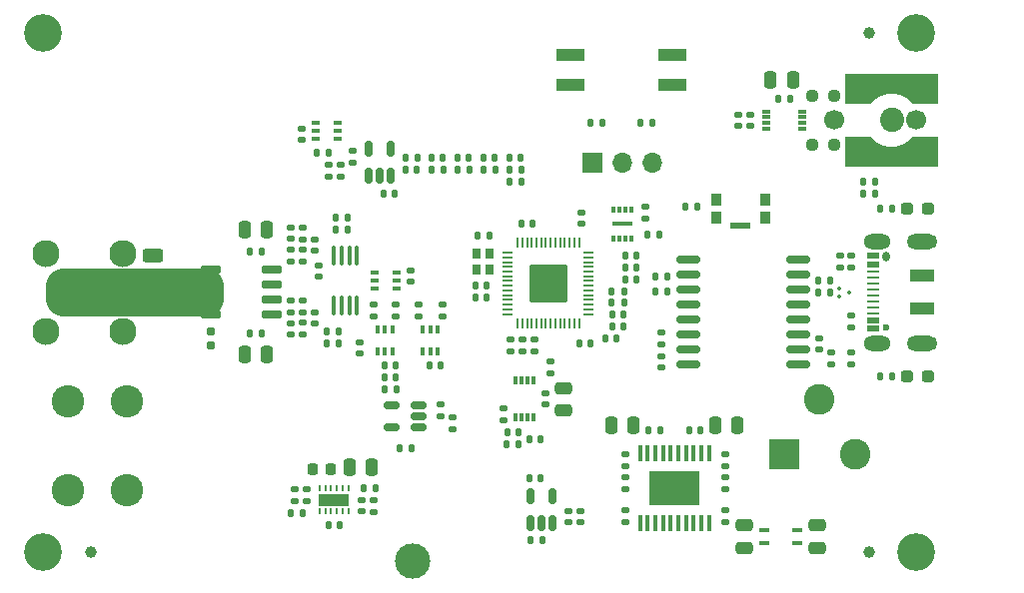
<source format=gts>
G04 #@! TF.GenerationSoftware,KiCad,Pcbnew,7.0.6-7.0.6~ubuntu20.04.1*
G04 #@! TF.CreationDate,2024-04-09T16:12:21-07:00*
G04 #@! TF.ProjectId,harp_lick_detector_capactive,68617270-5f6c-4696-936b-5f6465746563,rev?*
G04 #@! TF.SameCoordinates,PX640a5a0PY7088980*
G04 #@! TF.FileFunction,Soldermask,Top*
G04 #@! TF.FilePolarity,Negative*
%FSLAX46Y46*%
G04 Gerber Fmt 4.6, Leading zero omitted, Abs format (unit mm)*
G04 Created by KiCad (PCBNEW 7.0.6-7.0.6~ubuntu20.04.1) date 2024-04-09 16:12:21*
%MOMM*%
%LPD*%
G01*
G04 APERTURE LIST*
G04 Aperture macros list*
%AMRoundRect*
0 Rectangle with rounded corners*
0 $1 Rounding radius*
0 $2 $3 $4 $5 $6 $7 $8 $9 X,Y pos of 4 corners*
0 Add a 4 corners polygon primitive as box body*
4,1,4,$2,$3,$4,$5,$6,$7,$8,$9,$2,$3,0*
0 Add four circle primitives for the rounded corners*
1,1,$1+$1,$2,$3*
1,1,$1+$1,$4,$5*
1,1,$1+$1,$6,$7*
1,1,$1+$1,$8,$9*
0 Add four rect primitives between the rounded corners*
20,1,$1+$1,$2,$3,$4,$5,0*
20,1,$1+$1,$4,$5,$6,$7,0*
20,1,$1+$1,$6,$7,$8,$9,0*
20,1,$1+$1,$8,$9,$2,$3,0*%
%AMFreePoly0*
4,1,40,6.515355,1.015355,6.530000,0.980000,6.530000,-1.460000,6.515355,-1.495355,6.480000,-1.510000,4.370000,-1.510000,4.367882,-1.509122,4.365698,-1.509814,4.350485,-1.501916,4.334645,-1.495355,4.333768,-1.493237,4.331734,-1.492182,4.233315,-1.375157,4.010127,-1.166713,3.760982,-0.990847,3.490207,-0.850543,3.202844,-0.748414,2.904254,-0.686367,2.599999,-0.665555,2.295745,-0.686367,
1.997154,-0.748415,1.709792,-0.850543,1.439022,-0.990844,1.189872,-1.166713,0.966684,-1.375157,0.868266,-1.492182,0.866231,-1.493237,0.865355,-1.495355,0.849514,-1.501916,0.834302,-1.509814,0.832117,-1.509122,0.830000,-1.510000,-1.280000,-1.510000,-1.315355,-1.495355,-1.330000,-1.460000,-1.330000,0.980000,-1.315355,1.015355,-1.280000,1.030000,6.480000,1.030000,6.515355,1.015355,
6.515355,1.015355,$1*%
G04 Aperture macros list end*
%ADD10C,3.000000*%
%ADD11RoundRect,0.250000X-0.475000X0.250000X-0.475000X-0.250000X0.475000X-0.250000X0.475000X0.250000X0*%
%ADD12RoundRect,0.140000X-0.140000X-0.170000X0.140000X-0.170000X0.140000X0.170000X-0.140000X0.170000X0*%
%ADD13RoundRect,0.140000X0.170000X-0.140000X0.170000X0.140000X-0.170000X0.140000X-0.170000X-0.140000X0*%
%ADD14RoundRect,0.135000X0.185000X-0.135000X0.185000X0.135000X-0.185000X0.135000X-0.185000X-0.135000X0*%
%ADD15RoundRect,0.135000X-0.185000X0.135000X-0.185000X-0.135000X0.185000X-0.135000X0.185000X0.135000X0*%
%ADD16RoundRect,0.237500X0.287500X0.237500X-0.287500X0.237500X-0.287500X-0.237500X0.287500X-0.237500X0*%
%ADD17RoundRect,0.140000X0.140000X0.170000X-0.140000X0.170000X-0.140000X-0.170000X0.140000X-0.170000X0*%
%ADD18RoundRect,0.135000X-0.135000X-0.185000X0.135000X-0.185000X0.135000X0.185000X-0.135000X0.185000X0*%
%ADD19R,2.600000X2.600000*%
%ADD20C,2.600000*%
%ADD21RoundRect,0.160000X0.160000X-0.197500X0.160000X0.197500X-0.160000X0.197500X-0.160000X-0.197500X0*%
%ADD22RoundRect,0.150000X0.512500X0.150000X-0.512500X0.150000X-0.512500X-0.150000X0.512500X-0.150000X0*%
%ADD23C,2.200000*%
%ADD24C,2.300000*%
%ADD25R,2.440000X1.120000*%
%ADD26RoundRect,0.100000X0.225000X0.100000X-0.225000X0.100000X-0.225000X-0.100000X0.225000X-0.100000X0*%
%ADD27RoundRect,0.075000X-0.075000X0.075000X-0.075000X-0.075000X0.075000X-0.075000X0.075000X0.075000X0*%
%ADD28RoundRect,0.250000X-0.625000X0.312500X-0.625000X-0.312500X0.625000X-0.312500X0.625000X0.312500X0*%
%ADD29RoundRect,0.062500X-0.062500X0.187500X-0.062500X-0.187500X0.062500X-0.187500X0.062500X0.187500X0*%
%ADD30R,2.650000X1.000000*%
%ADD31RoundRect,0.250000X0.250000X0.475000X-0.250000X0.475000X-0.250000X-0.475000X0.250000X-0.475000X0*%
%ADD32RoundRect,0.250000X-0.250000X-0.475000X0.250000X-0.475000X0.250000X0.475000X-0.250000X0.475000X0*%
%ADD33RoundRect,0.100000X0.100000X-0.225000X0.100000X0.225000X-0.100000X0.225000X-0.100000X-0.225000X0*%
%ADD34RoundRect,0.135000X0.135000X0.185000X-0.135000X0.185000X-0.135000X-0.185000X0.135000X-0.185000X0*%
%ADD35RoundRect,0.150000X-0.725000X-0.150000X0.725000X-0.150000X0.725000X0.150000X-0.725000X0.150000X0*%
%ADD36R,0.800000X0.300000*%
%ADD37C,3.200000*%
%ADD38RoundRect,0.050000X-0.050000X0.387500X-0.050000X-0.387500X0.050000X-0.387500X0.050000X0.387500X0*%
%ADD39RoundRect,0.050000X-0.387500X0.050000X-0.387500X-0.050000X0.387500X-0.050000X0.387500X0.050000X0*%
%ADD40RoundRect,0.144000X-1.456000X1.456000X-1.456000X-1.456000X1.456000X-1.456000X1.456000X1.456000X0*%
%ADD41RoundRect,0.237500X-0.250000X-0.237500X0.250000X-0.237500X0.250000X0.237500X-0.250000X0.237500X0*%
%ADD42C,0.600000*%
%ADD43R,2.000000X1.000000*%
%ADD44O,0.600000X0.850000*%
%ADD45R,1.000000X0.520000*%
%ADD46R,1.000000X0.270000*%
%ADD47O,2.300000X1.300000*%
%ADD48O,2.600000X1.300000*%
%ADD49R,0.900000X1.000000*%
%ADD50R,1.700000X0.550000*%
%ADD51RoundRect,0.100000X-0.225000X-0.100000X0.225000X-0.100000X0.225000X0.100000X-0.225000X0.100000X0*%
%ADD52RoundRect,0.100000X0.100000X-0.712500X0.100000X0.712500X-0.100000X0.712500X-0.100000X-0.712500X0*%
%ADD53R,0.800000X0.900000*%
%ADD54RoundRect,0.147500X-0.172500X0.147500X-0.172500X-0.147500X0.172500X-0.147500X0.172500X0.147500X0*%
%ADD55RoundRect,0.140000X-0.170000X0.140000X-0.170000X-0.140000X0.170000X-0.140000X0.170000X0.140000X0*%
%ADD56C,1.000000*%
%ADD57RoundRect,0.150000X0.875000X0.150000X-0.875000X0.150000X-0.875000X-0.150000X0.875000X-0.150000X0*%
%ADD58R,0.300000X0.800000*%
%ADD59C,2.050000*%
%ADD60FreePoly0,180.000000*%
%ADD61FreePoly0,0.000000*%
%ADD62RoundRect,0.147500X0.147500X0.172500X-0.147500X0.172500X-0.147500X-0.172500X0.147500X-0.172500X0*%
%ADD63R,0.450000X1.450000*%
%ADD64R,4.200000X3.000000*%
%ADD65RoundRect,0.160000X-0.197500X-0.160000X0.197500X-0.160000X0.197500X0.160000X-0.197500X0.160000X0*%
%ADD66C,2.750000*%
%ADD67RoundRect,0.225000X-0.225000X-0.250000X0.225000X-0.250000X0.225000X0.250000X-0.225000X0.250000X0*%
%ADD68RoundRect,0.150000X0.150000X-0.512500X0.150000X0.512500X-0.150000X0.512500X-0.150000X-0.512500X0*%
%ADD69R,1.700000X1.700000*%
%ADD70O,1.700000X1.700000*%
%ADD71R,0.300000X0.600000*%
%ADD72R,1.700000X0.300000*%
%ADD73RoundRect,0.100000X0.350000X0.100000X-0.350000X0.100000X-0.350000X-0.100000X0.350000X-0.100000X0*%
%ADD74C,3.000000*%
%ADD75C,1.700000*%
G04 APERTURE END LIST*
D10*
X4650000Y25550000D02*
X16800000Y25550000D01*
X16800000Y24450000D01*
X4650000Y24450000D01*
X4650000Y25550000D01*
G36*
X4650000Y25550000D02*
G01*
X16800000Y25550000D01*
X16800000Y24450000D01*
X4650000Y24450000D01*
X4650000Y25550000D01*
G37*
D11*
G04 #@! TO.C,C67*
X68600000Y5250000D03*
X68600000Y3350000D03*
G04 #@! TD*
D12*
G04 #@! TO.C,C6*
X39620000Y24600000D03*
X40580000Y24600000D03*
G04 #@! TD*
D13*
G04 #@! TO.C,C30*
X24000000Y29520000D03*
X24000000Y30480000D03*
G04 #@! TD*
D14*
G04 #@! TO.C,R28*
X43600000Y19990000D03*
X43600000Y21010000D03*
G04 #@! TD*
D15*
G04 #@! TO.C,R24*
X25000000Y24310000D03*
X25000000Y23290000D03*
G04 #@! TD*
D16*
G04 #@! TO.C,D1*
X77975000Y17900000D03*
X76225000Y17900000D03*
G04 #@! TD*
D15*
G04 #@! TO.C,R56*
X28200000Y35810000D03*
X28200000Y34790000D03*
G04 #@! TD*
D17*
G04 #@! TO.C,C21*
X21480000Y21500000D03*
X20520000Y21500000D03*
G04 #@! TD*
G04 #@! TO.C,C19*
X49380000Y20700000D03*
X48420000Y20700000D03*
G04 #@! TD*
D14*
G04 #@! TO.C,R40*
X60800000Y8327500D03*
X60800000Y9347500D03*
G04 #@! TD*
G04 #@! TO.C,R44*
X42600000Y19990000D03*
X42600000Y21010000D03*
G04 #@! TD*
D12*
G04 #@! TO.C,C9*
X51220000Y23100000D03*
X52180000Y23100000D03*
G04 #@! TD*
D18*
G04 #@! TO.C,R58*
X53590000Y39400000D03*
X54610000Y39400000D03*
G04 #@! TD*
D19*
G04 #@! TO.C,J6*
X65800000Y11250000D03*
D20*
X71800000Y11250000D03*
X68800000Y15950000D03*
G04 #@! TD*
D13*
G04 #@! TO.C,C61*
X29200000Y36020000D03*
X29200000Y36980000D03*
G04 #@! TD*
G04 #@! TO.C,C27*
X48500000Y5520000D03*
X48500000Y6480000D03*
G04 #@! TD*
D17*
G04 #@! TO.C,C38*
X32880000Y17800000D03*
X31920000Y17800000D03*
G04 #@! TD*
D11*
G04 #@! TO.C,C45*
X62400000Y5250000D03*
X62400000Y3350000D03*
G04 #@! TD*
D21*
G04 #@! TO.C,R59*
X17200000Y20502500D03*
X17200000Y21697500D03*
G04 #@! TD*
D22*
G04 #@! TO.C,U16*
X34837500Y13550000D03*
X34837500Y14500000D03*
X34837500Y15450000D03*
X32562500Y15450000D03*
X32562500Y13550000D03*
G04 #@! TD*
D15*
G04 #@! TO.C,R26*
X25000000Y22410000D03*
X25000000Y21390000D03*
G04 #@! TD*
G04 #@! TO.C,R38*
X60800000Y11247500D03*
X60800000Y10227500D03*
G04 #@! TD*
D23*
G04 #@! TO.C,J3*
X7000000Y25000000D03*
X4460000Y25000000D03*
D24*
X3190000Y21723400D03*
X9743200Y21723400D03*
X3190000Y28276600D03*
X9743200Y28276600D03*
G04 #@! TD*
D18*
G04 #@! TO.C,R21*
X31890000Y16800000D03*
X32910000Y16800000D03*
G04 #@! TD*
D25*
G04 #@! TO.C,SW2*
X47695000Y45170000D03*
X47695000Y42630000D03*
X56305000Y42630000D03*
X56305000Y45170000D03*
G04 #@! TD*
D12*
G04 #@! TO.C,C13*
X43520000Y30800000D03*
X44480000Y30800000D03*
G04 #@! TD*
D18*
G04 #@! TO.C,R11*
X51190000Y24100000D03*
X52210000Y24100000D03*
G04 #@! TD*
D12*
G04 #@! TO.C,C8*
X72520000Y33400000D03*
X73480000Y33400000D03*
G04 #@! TD*
D26*
G04 #@! TO.C,U14*
X32950000Y25350000D03*
X32950000Y26000000D03*
X32950000Y26650000D03*
X31050000Y26650000D03*
X31050000Y26000000D03*
X31050000Y25350000D03*
G04 #@! TD*
D27*
G04 #@! TO.C,U2*
X70475000Y25350000D03*
X70475000Y24650000D03*
X71325000Y25000000D03*
G04 #@! TD*
D14*
G04 #@! TO.C,R53*
X34800000Y22990000D03*
X34800000Y24010000D03*
G04 #@! TD*
D17*
G04 #@! TO.C,C41*
X28130000Y5300000D03*
X27170000Y5300000D03*
G04 #@! TD*
D14*
G04 #@! TO.C,R29*
X44600000Y19990000D03*
X44600000Y21010000D03*
G04 #@! TD*
G04 #@! TO.C,R51*
X31000000Y22990000D03*
X31000000Y24010000D03*
G04 #@! TD*
D15*
G04 #@! TO.C,R39*
X52300000Y11247500D03*
X52300000Y10227500D03*
G04 #@! TD*
D28*
G04 #@! TO.C,R14*
X12300000Y28150000D03*
X12300000Y25225000D03*
G04 #@! TD*
D17*
G04 #@! TO.C,C28*
X45180000Y9200000D03*
X44220000Y9200000D03*
G04 #@! TD*
D13*
G04 #@! TO.C,C56*
X71500000Y18920000D03*
X71500000Y19880000D03*
G04 #@! TD*
D29*
G04 #@! TO.C,U11*
X28900000Y8350000D03*
X28400000Y8350000D03*
X27900000Y8350000D03*
X27400000Y8350000D03*
X26900000Y8350000D03*
X26400000Y8350000D03*
X26400000Y6450000D03*
X26900000Y6450000D03*
X27400000Y6450000D03*
X27900000Y6450000D03*
X28400000Y6450000D03*
X28900000Y6450000D03*
D30*
X27650000Y7400000D03*
G04 #@! TD*
D31*
G04 #@! TO.C,C22*
X21950000Y30300000D03*
X20050000Y30300000D03*
G04 #@! TD*
D32*
G04 #@! TO.C,C40*
X28950000Y10200000D03*
X30850000Y10200000D03*
G04 #@! TD*
D13*
G04 #@! TO.C,C54*
X62900000Y39120000D03*
X62900000Y40080000D03*
G04 #@! TD*
D14*
G04 #@! TO.C,R3*
X70500000Y27090000D03*
X70500000Y28110000D03*
G04 #@! TD*
D13*
G04 #@! TO.C,C24*
X26300000Y26320000D03*
X26300000Y27280000D03*
G04 #@! TD*
D33*
G04 #@! TO.C,U6*
X35150000Y19950000D03*
X35800000Y19950000D03*
X36450000Y19950000D03*
X36450000Y21850000D03*
X35800000Y21850000D03*
X35150000Y21850000D03*
G04 #@! TD*
D34*
G04 #@! TO.C,R54*
X27210000Y36800000D03*
X26190000Y36800000D03*
G04 #@! TD*
D35*
G04 #@! TO.C,U7*
X17225000Y26905000D03*
X17225000Y25635000D03*
X17225000Y24365000D03*
X17225000Y23095000D03*
X22375000Y23095000D03*
X22375000Y24365000D03*
X22375000Y25635000D03*
X22375000Y26905000D03*
G04 #@! TD*
D36*
G04 #@! TO.C,U1*
X64250000Y40350000D03*
X64250000Y39850000D03*
X64250000Y39350000D03*
X64250000Y38850000D03*
X67350000Y38850000D03*
X67350000Y39350000D03*
X67350000Y39850000D03*
X67350000Y40350000D03*
G04 #@! TD*
D18*
G04 #@! TO.C,R47*
X26990000Y20700000D03*
X28010000Y20700000D03*
G04 #@! TD*
D37*
G04 #@! TO.C,REF\u002A\u002A*
X77000000Y3000000D03*
G04 #@! TD*
D18*
G04 #@! TO.C,R46*
X27790000Y31300000D03*
X28810000Y31300000D03*
G04 #@! TD*
G04 #@! TO.C,R57*
X49390000Y39400000D03*
X50410000Y39400000D03*
G04 #@! TD*
D38*
G04 #@! TO.C,U4*
X48400000Y29200000D03*
X48000000Y29200000D03*
X47600000Y29200000D03*
X47200000Y29200000D03*
X46800000Y29200000D03*
X46400000Y29200000D03*
X46000000Y29200000D03*
X45600000Y29200000D03*
X45200000Y29200000D03*
X44800000Y29200000D03*
X44400000Y29200000D03*
X44000000Y29200000D03*
X43600000Y29200000D03*
X43200000Y29200000D03*
D39*
X42362500Y28362500D03*
X42362500Y27962500D03*
X42362500Y27562500D03*
X42362500Y27162500D03*
X42362500Y26762500D03*
X42362500Y26362500D03*
X42362500Y25962500D03*
X42362500Y25562500D03*
X42362500Y25162500D03*
X42362500Y24762500D03*
X42362500Y24362500D03*
X42362500Y23962500D03*
X42362500Y23562500D03*
X42362500Y23162500D03*
D38*
X43200000Y22325000D03*
X43600000Y22325000D03*
X44000000Y22325000D03*
X44400000Y22325000D03*
X44800000Y22325000D03*
X45200000Y22325000D03*
X45600000Y22325000D03*
X46000000Y22325000D03*
X46400000Y22325000D03*
X46800000Y22325000D03*
X47200000Y22325000D03*
X47600000Y22325000D03*
X48000000Y22325000D03*
X48400000Y22325000D03*
D39*
X49237500Y23162500D03*
X49237500Y23562500D03*
X49237500Y23962500D03*
X49237500Y24362500D03*
X49237500Y24762500D03*
X49237500Y25162500D03*
X49237500Y25562500D03*
X49237500Y25962500D03*
X49237500Y26362500D03*
X49237500Y26762500D03*
X49237500Y27162500D03*
X49237500Y27562500D03*
X49237500Y27962500D03*
X49237500Y28362500D03*
D40*
X45800000Y25762500D03*
G04 #@! TD*
D37*
G04 #@! TO.C,REF\u002A\u002A*
X77000000Y47000000D03*
G04 #@! TD*
D13*
G04 #@! TO.C,C3*
X55400000Y20620000D03*
X55400000Y21580000D03*
G04 #@! TD*
D41*
G04 #@! TO.C,R30*
X68187500Y41700000D03*
X70012500Y41700000D03*
G04 #@! TD*
D42*
G04 #@! TO.C,J5*
X74400000Y22000000D03*
D43*
X77500000Y23600000D03*
X77500000Y26400000D03*
D44*
X74400000Y28000000D03*
D45*
X73300000Y21900000D03*
X73300000Y22650000D03*
D46*
X73300000Y23250000D03*
X73300000Y24750000D03*
X73300000Y25750000D03*
X73300000Y26750000D03*
D45*
X73300000Y27350000D03*
X73300000Y28100000D03*
X73300000Y28100000D03*
X73300000Y27350000D03*
D46*
X73300000Y26250000D03*
X73300000Y25250000D03*
X73300000Y24250000D03*
X73300000Y23750000D03*
D45*
X73300000Y22650000D03*
X73300000Y21900000D03*
D47*
X73675000Y20680000D03*
D48*
X77500000Y20680000D03*
D47*
X73675000Y29320000D03*
D48*
X77500000Y29320000D03*
G04 #@! TD*
D15*
G04 #@! TO.C,R22*
X37700000Y14410000D03*
X37700000Y13390000D03*
G04 #@! TD*
D31*
G04 #@! TO.C,C23*
X21950000Y19700000D03*
X20050000Y19700000D03*
G04 #@! TD*
D34*
G04 #@! TO.C,R7*
X55910000Y25100000D03*
X54890000Y25100000D03*
G04 #@! TD*
G04 #@! TO.C,R50*
X43510000Y34400000D03*
X42490000Y34400000D03*
G04 #@! TD*
D49*
G04 #@! TO.C,SW1*
X60050000Y31300000D03*
X60050000Y32900000D03*
X64150000Y32900000D03*
X64150000Y31300000D03*
D50*
X62100000Y30675000D03*
G04 #@! TD*
D13*
G04 #@! TO.C,C2*
X68800000Y20120000D03*
X68800000Y21080000D03*
G04 #@! TD*
D34*
G04 #@! TO.C,R17*
X39110000Y35400000D03*
X38090000Y35400000D03*
G04 #@! TD*
D51*
G04 #@! TO.C,U18*
X26050000Y39350000D03*
X26050000Y38700000D03*
X26050000Y38050000D03*
X27950000Y38050000D03*
X27950000Y38700000D03*
X27950000Y39350000D03*
G04 #@! TD*
D14*
G04 #@! TO.C,R32*
X31000000Y6390000D03*
X31000000Y7410000D03*
G04 #@! TD*
D37*
G04 #@! TO.C,REF\u002A\u002A*
X3000000Y47000000D03*
G04 #@! TD*
D17*
G04 #@! TO.C,C60*
X32880000Y18800000D03*
X31920000Y18800000D03*
G04 #@! TD*
D52*
G04 #@! TO.C,U15*
X27625000Y23887500D03*
X28275000Y23887500D03*
X28925000Y23887500D03*
X29575000Y23887500D03*
X29575000Y28112500D03*
X28925000Y28112500D03*
X28275000Y28112500D03*
X27625000Y28112500D03*
G04 #@! TD*
D53*
G04 #@! TO.C,X1*
X39750000Y28300000D03*
X39750000Y26900000D03*
X40850000Y26900000D03*
X40850000Y28300000D03*
G04 #@! TD*
D33*
G04 #@! TO.C,U9*
X31300000Y19950000D03*
X31950000Y19950000D03*
X32600000Y19950000D03*
X32600000Y21850000D03*
X31950000Y21850000D03*
X31300000Y21850000D03*
G04 #@! TD*
D17*
G04 #@! TO.C,C52*
X43280000Y13150000D03*
X42320000Y13150000D03*
G04 #@! TD*
D34*
G04 #@! TO.C,R6*
X55910000Y26300000D03*
X54890000Y26300000D03*
G04 #@! TD*
D18*
G04 #@! TO.C,R12*
X73890000Y17900000D03*
X74910000Y17900000D03*
G04 #@! TD*
D17*
G04 #@! TO.C,C50*
X45180000Y12550000D03*
X44220000Y12550000D03*
G04 #@! TD*
D54*
G04 #@! TO.C,D3*
X71500000Y28085000D03*
X71500000Y27115000D03*
G04 #@! TD*
D17*
G04 #@! TO.C,C14*
X53280000Y26100000D03*
X52320000Y26100000D03*
G04 #@! TD*
D13*
G04 #@! TO.C,C44*
X25350000Y7320000D03*
X25350000Y8280000D03*
G04 #@! TD*
D14*
G04 #@! TO.C,R52*
X36800000Y22990000D03*
X36800000Y24010000D03*
G04 #@! TD*
D37*
G04 #@! TO.C,REF\u002A\u002A*
X3000000Y3000000D03*
G04 #@! TD*
D34*
G04 #@! TO.C,R4*
X69710000Y26000000D03*
X68690000Y26000000D03*
G04 #@! TD*
D16*
G04 #@! TO.C,D2*
X77975000Y32100000D03*
X76225000Y32100000D03*
G04 #@! TD*
D17*
G04 #@! TO.C,C18*
X53280000Y27100000D03*
X52320000Y27100000D03*
G04 #@! TD*
D12*
G04 #@! TO.C,C10*
X51220000Y22100000D03*
X52180000Y22100000D03*
G04 #@! TD*
D34*
G04 #@! TO.C,R27*
X28810000Y30300000D03*
X27790000Y30300000D03*
G04 #@! TD*
D14*
G04 #@! TO.C,R18*
X24000000Y27590000D03*
X24000000Y28610000D03*
G04 #@! TD*
D34*
G04 #@! TO.C,R5*
X69710000Y25000000D03*
X68690000Y25000000D03*
G04 #@! TD*
D17*
G04 #@! TO.C,C59*
X45280000Y4000000D03*
X44320000Y4000000D03*
G04 #@! TD*
D34*
G04 #@! TO.C,R16*
X41310000Y35400000D03*
X40290000Y35400000D03*
G04 #@! TD*
D31*
G04 #@! TO.C,C48*
X53050000Y13737500D03*
X51150000Y13737500D03*
G04 #@! TD*
D13*
G04 #@! TO.C,C66*
X36700000Y14520000D03*
X36700000Y15480000D03*
G04 #@! TD*
D15*
G04 #@! TO.C,R23*
X24000000Y24310000D03*
X24000000Y23290000D03*
G04 #@! TD*
D13*
G04 #@! TO.C,C51*
X45600000Y15470000D03*
X45600000Y16430000D03*
G04 #@! TD*
D55*
G04 #@! TO.C,C37*
X69800000Y19880000D03*
X69800000Y18920000D03*
G04 #@! TD*
D15*
G04 #@! TO.C,R9*
X54000000Y32310000D03*
X54000000Y31290000D03*
G04 #@! TD*
D56*
G04 #@! TO.C,FID2*
X73000000Y3000000D03*
G04 #@! TD*
D17*
G04 #@! TO.C,C1*
X55180000Y29900000D03*
X54220000Y29900000D03*
G04 #@! TD*
D13*
G04 #@! TO.C,C31*
X26000000Y28520000D03*
X26000000Y29480000D03*
G04 #@! TD*
D12*
G04 #@! TO.C,C35*
X42520000Y36400000D03*
X43480000Y36400000D03*
G04 #@! TD*
D11*
G04 #@! TO.C,C11*
X47100000Y16900000D03*
X47100000Y15000000D03*
G04 #@! TD*
D31*
G04 #@! TO.C,C39*
X66550000Y43000000D03*
X64650000Y43000000D03*
G04 #@! TD*
D14*
G04 #@! TO.C,R41*
X52300000Y8327500D03*
X52300000Y9347500D03*
G04 #@! TD*
D55*
G04 #@! TO.C,C12*
X48600000Y31780000D03*
X48600000Y30820000D03*
G04 #@! TD*
D12*
G04 #@! TO.C,C15*
X39620000Y25600000D03*
X40580000Y25600000D03*
G04 #@! TD*
D57*
G04 #@! TO.C,U3*
X66950000Y18855000D03*
X66950000Y20125000D03*
X66950000Y21395000D03*
X66950000Y22665000D03*
X66950000Y23935000D03*
X66950000Y25205000D03*
X66950000Y26475000D03*
X66950000Y27745000D03*
X57650000Y27745000D03*
X57650000Y26475000D03*
X57650000Y25205000D03*
X57650000Y23935000D03*
X57650000Y22665000D03*
X57650000Y21395000D03*
X57650000Y20125000D03*
X57650000Y18855000D03*
G04 #@! TD*
D12*
G04 #@! TO.C,C46*
X57720000Y13337500D03*
X58680000Y13337500D03*
G04 #@! TD*
G04 #@! TO.C,C55*
X65320000Y41400000D03*
X66280000Y41400000D03*
G04 #@! TD*
D17*
G04 #@! TO.C,C65*
X34180000Y11800000D03*
X33220000Y11800000D03*
G04 #@! TD*
D12*
G04 #@! TO.C,C57*
X38120000Y36400000D03*
X39080000Y36400000D03*
G04 #@! TD*
D55*
G04 #@! TO.C,C26*
X47500000Y6480000D03*
X47500000Y5520000D03*
G04 #@! TD*
D17*
G04 #@! TO.C,C47*
X55280000Y13337500D03*
X54320000Y13337500D03*
G04 #@! TD*
D58*
G04 #@! TO.C,U13*
X44550000Y17500000D03*
X44050000Y17500000D03*
X43550000Y17500000D03*
X43050000Y17500000D03*
X43050000Y14400000D03*
X43550000Y14400000D03*
X44050000Y14400000D03*
X44550000Y14400000D03*
G04 #@! TD*
D34*
G04 #@! TO.C,R8*
X43510000Y35400000D03*
X42490000Y35400000D03*
G04 #@! TD*
D59*
G04 #@! TO.C,J7*
X74900000Y39600000D03*
D60*
X77500000Y36700000D03*
D61*
X72300000Y42500000D03*
G04 #@! TD*
D13*
G04 #@! TO.C,C16*
X45950000Y18170000D03*
X45950000Y19130000D03*
G04 #@! TD*
D12*
G04 #@! TO.C,C62*
X31820000Y33400000D03*
X32780000Y33400000D03*
G04 #@! TD*
D14*
G04 #@! TO.C,R37*
X52300000Y5527500D03*
X52300000Y6547500D03*
G04 #@! TD*
D18*
G04 #@! TO.C,R10*
X51190000Y25050000D03*
X52210000Y25050000D03*
G04 #@! TD*
D55*
G04 #@! TO.C,C34*
X26000000Y23280000D03*
X26000000Y22320000D03*
G04 #@! TD*
D14*
G04 #@! TO.C,R49*
X32900000Y22990000D03*
X32900000Y24010000D03*
G04 #@! TD*
D17*
G04 #@! TO.C,C17*
X51580000Y21100000D03*
X50620000Y21100000D03*
G04 #@! TD*
D18*
G04 #@! TO.C,R13*
X73890000Y32100000D03*
X74910000Y32100000D03*
G04 #@! TD*
D62*
G04 #@! TO.C,D4*
X73485000Y34400000D03*
X72515000Y34400000D03*
G04 #@! TD*
D15*
G04 #@! TO.C,R2*
X71500000Y23010000D03*
X71500000Y21990000D03*
G04 #@! TD*
D17*
G04 #@! TO.C,C64*
X36680000Y18800000D03*
X35720000Y18800000D03*
G04 #@! TD*
D13*
G04 #@! TO.C,C63*
X24900000Y37920000D03*
X24900000Y38880000D03*
G04 #@! TD*
D17*
G04 #@! TO.C,C20*
X21480000Y28500000D03*
X20520000Y28500000D03*
G04 #@! TD*
D63*
G04 #@! TO.C,U12*
X59425000Y11350000D03*
X58775000Y11350000D03*
X58125000Y11350000D03*
X57475000Y11350000D03*
X56825000Y11350000D03*
X56175000Y11350000D03*
X55525000Y11350000D03*
X54875000Y11350000D03*
X54225000Y11350000D03*
X53575000Y11350000D03*
X53575000Y5450000D03*
X54225000Y5450000D03*
X54875000Y5450000D03*
X55525000Y5450000D03*
X56175000Y5450000D03*
X56825000Y5450000D03*
X57475000Y5450000D03*
X58125000Y5450000D03*
X58775000Y5450000D03*
X59425000Y5450000D03*
D64*
X56500000Y8400000D03*
G04 #@! TD*
D65*
G04 #@! TO.C,R15*
X14202500Y25600000D03*
X15397500Y25600000D03*
G04 #@! TD*
D34*
G04 #@! TO.C,R34*
X31210000Y8400000D03*
X30190000Y8400000D03*
G04 #@! TD*
D55*
G04 #@! TO.C,C53*
X61900000Y40080000D03*
X61900000Y39120000D03*
G04 #@! TD*
D66*
G04 #@! TO.C,H1*
X10100000Y15750000D03*
X5100000Y15750000D03*
X10100000Y8250000D03*
X5100000Y8250000D03*
G04 #@! TD*
D67*
G04 #@! TO.C,C42*
X25825000Y10000000D03*
X27375000Y10000000D03*
G04 #@! TD*
D18*
G04 #@! TO.C,R35*
X23990000Y6300000D03*
X25010000Y6300000D03*
G04 #@! TD*
D14*
G04 #@! TO.C,R19*
X25000000Y27590000D03*
X25000000Y28610000D03*
G04 #@! TD*
D55*
G04 #@! TO.C,C5*
X55400000Y19580000D03*
X55400000Y18620000D03*
G04 #@! TD*
D15*
G04 #@! TO.C,R55*
X27200000Y35810000D03*
X27200000Y34790000D03*
G04 #@! TD*
D14*
G04 #@! TO.C,R20*
X25000000Y29490000D03*
X25000000Y30510000D03*
G04 #@! TD*
D41*
G04 #@! TO.C,R31*
X68187500Y37500000D03*
X70012500Y37500000D03*
G04 #@! TD*
D14*
G04 #@! TO.C,R36*
X60800000Y5527500D03*
X60800000Y6547500D03*
G04 #@! TD*
D68*
G04 #@! TO.C,U17*
X30550000Y34862500D03*
X31500000Y34862500D03*
X32450000Y34862500D03*
X32450000Y37137500D03*
X30550000Y37137500D03*
G04 #@! TD*
D55*
G04 #@! TO.C,C43*
X29950000Y7380000D03*
X29950000Y6420000D03*
G04 #@! TD*
D34*
G04 #@! TO.C,R45*
X36910000Y35400000D03*
X35890000Y35400000D03*
G04 #@! TD*
D55*
G04 #@! TO.C,C29*
X34100000Y26880000D03*
X34100000Y25920000D03*
G04 #@! TD*
G04 #@! TO.C,C25*
X29800000Y20780000D03*
X29800000Y19820000D03*
G04 #@! TD*
D32*
G04 #@! TO.C,C49*
X59950000Y13737500D03*
X61850000Y13737500D03*
G04 #@! TD*
D34*
G04 #@! TO.C,R43*
X43310000Y12150000D03*
X42290000Y12150000D03*
G04 #@! TD*
D69*
G04 #@! TO.C,J2*
X49500000Y36000000D03*
D70*
X52040000Y36000000D03*
X54580000Y36000000D03*
G04 #@! TD*
D18*
G04 #@! TO.C,R25*
X33690000Y36400000D03*
X34710000Y36400000D03*
G04 #@! TD*
D56*
G04 #@! TO.C,FID1*
X7000000Y3000000D03*
G04 #@! TD*
D71*
G04 #@! TO.C,U5*
X52850000Y32050000D03*
X52350000Y32050000D03*
X51850000Y32050000D03*
X51350000Y32050000D03*
X51350000Y29550000D03*
X51850000Y29550000D03*
X52350000Y29550000D03*
X52850000Y29550000D03*
D72*
X52100000Y30800000D03*
G04 #@! TD*
D73*
G04 #@! TO.C,L1*
X66900000Y3725000D03*
X66900000Y4875000D03*
X64100000Y4875000D03*
X64100000Y3725000D03*
G04 #@! TD*
D15*
G04 #@! TO.C,R33*
X24300000Y8310000D03*
X24300000Y7290000D03*
G04 #@! TD*
D12*
G04 #@! TO.C,C36*
X40320000Y36400000D03*
X41280000Y36400000D03*
G04 #@! TD*
D34*
G04 #@! TO.C,R48*
X28010000Y21700000D03*
X26990000Y21700000D03*
G04 #@! TD*
D17*
G04 #@! TO.C,C32*
X34680000Y35400000D03*
X33720000Y35400000D03*
G04 #@! TD*
D56*
G04 #@! TO.C,FID3*
X73000000Y47000000D03*
G04 #@! TD*
D68*
G04 #@! TO.C,U8*
X44250000Y5462500D03*
X45200000Y5462500D03*
X46150000Y5462500D03*
X46150000Y7737500D03*
X44250000Y7737500D03*
G04 #@! TD*
D17*
G04 #@! TO.C,C7*
X53280000Y28100000D03*
X52320000Y28100000D03*
G04 #@! TD*
D12*
G04 #@! TO.C,C4*
X39820000Y29800000D03*
X40780000Y29800000D03*
G04 #@! TD*
D55*
G04 #@! TO.C,C33*
X24000000Y22380000D03*
X24000000Y21420000D03*
G04 #@! TD*
D15*
G04 #@! TO.C,R42*
X42000000Y15160000D03*
X42000000Y14140000D03*
G04 #@! TD*
D74*
G04 #@! TO.C,TP1*
X34300000Y2200000D03*
G04 #@! TD*
D34*
G04 #@! TO.C,R1*
X58410000Y32300000D03*
X57390000Y32300000D03*
G04 #@! TD*
D12*
G04 #@! TO.C,C58*
X35920000Y36400000D03*
X36880000Y36400000D03*
G04 #@! TD*
D75*
G04 #@! TO.C,J4*
X70000000Y39600000D03*
X77000000Y39600000D03*
G04 #@! TD*
M02*

</source>
